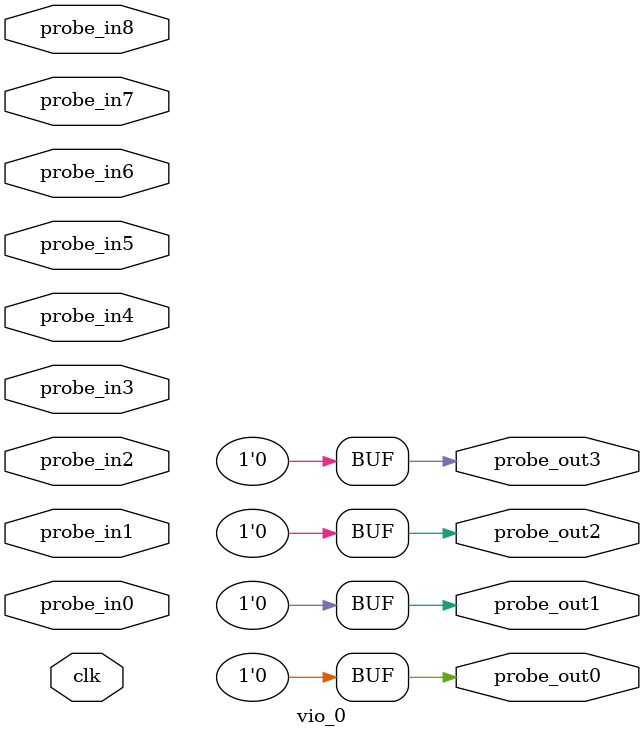
<source format=v>
`timescale 1ns / 1ps
module vio_0 (
clk,
probe_in0,probe_in1,probe_in2,probe_in3,probe_in4,probe_in5,probe_in6,probe_in7,probe_in8,
probe_out0,
probe_out1,
probe_out2,
probe_out3
);

input clk;
input [0 : 0] probe_in0;
input [0 : 0] probe_in1;
input [0 : 0] probe_in2;
input [0 : 0] probe_in3;
input [15 : 0] probe_in4;
input [20 : 0] probe_in5;
input [20 : 0] probe_in6;
input [0 : 0] probe_in7;
input [0 : 0] probe_in8;

output reg [0 : 0] probe_out0 = 'h0 ;
output reg [0 : 0] probe_out1 = 'h0 ;
output reg [0 : 0] probe_out2 = 'h0 ;
output reg [0 : 0] probe_out3 = 'h0 ;


endmodule

</source>
